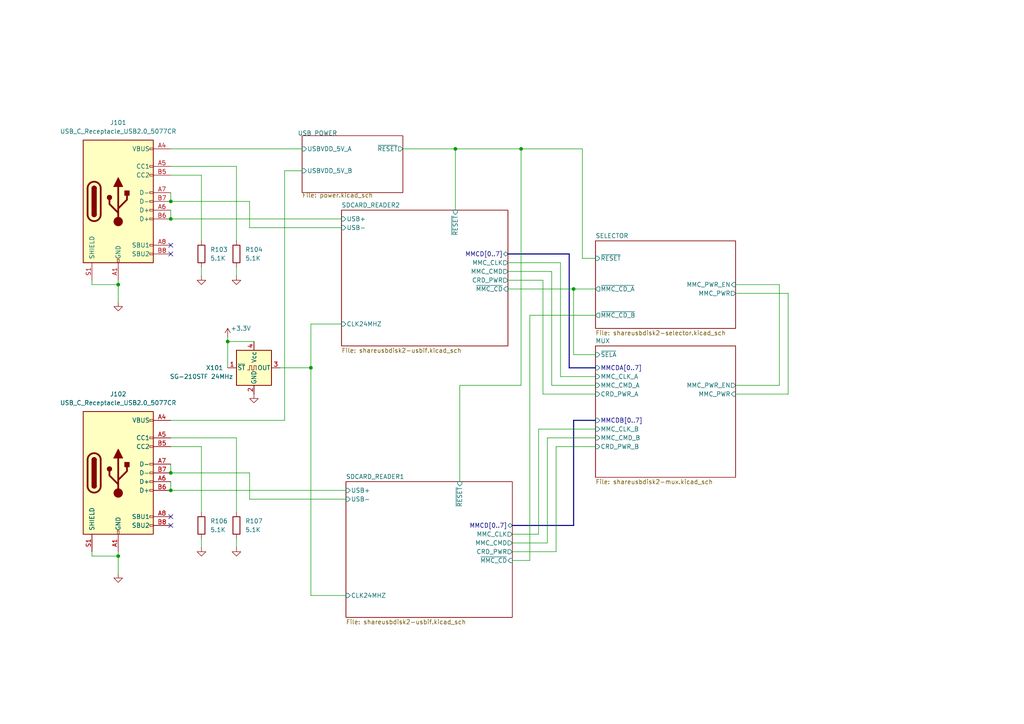
<source format=kicad_sch>
(kicad_sch (version 20230121) (generator eeschema)

  (uuid 162b1c1e-524d-401b-83ef-9451f22857be)

  (paper "A4")

  (title_block
    (title "SHARED USB MEMORY")
    (date "2023-10-26")
    (rev "Rev0")
    (company "HNZ")
    (comment 1 "Licensed under CC-BY-SA V4.0")
    (comment 2 "2023 (C) Hiroshi Nakajima <hnakamiru1103@gmail.com>")
  )

  (lib_symbols
    (symbol "+3.3V_2" (power) (pin_names (offset 0)) (in_bom yes) (on_board yes)
      (property "Reference" "#PWR" (at 0 -3.81 0)
        (effects (font (size 1.27 1.27)) hide)
      )
      (property "Value" "+3.3V_2" (at 0 3.556 0)
        (effects (font (size 1.27 1.27)))
      )
      (property "Footprint" "" (at 0 0 0)
        (effects (font (size 1.27 1.27)) hide)
      )
      (property "Datasheet" "" (at 0 0 0)
        (effects (font (size 1.27 1.27)) hide)
      )
      (property "ki_keywords" "global power" (at 0 0 0)
        (effects (font (size 1.27 1.27)) hide)
      )
      (property "ki_description" "Power symbol creates a global label with name \"+3.3V\"" (at 0 0 0)
        (effects (font (size 1.27 1.27)) hide)
      )
      (symbol "+3.3V_2_0_1"
        (polyline
          (pts
            (xy -0.762 1.27)
            (xy 0 2.54)
          )
          (stroke (width 0) (type default))
          (fill (type none))
        )
        (polyline
          (pts
            (xy 0 0)
            (xy 0 2.54)
          )
          (stroke (width 0) (type default))
          (fill (type none))
        )
        (polyline
          (pts
            (xy 0 2.54)
            (xy 0.762 1.27)
          )
          (stroke (width 0) (type default))
          (fill (type none))
        )
      )
      (symbol "+3.3V_2_1_1"
        (pin power_in line (at 0 0 90) (length 0) hide
          (name "+3.3V" (effects (font (size 1.27 1.27))))
          (number "1" (effects (font (size 1.27 1.27))))
        )
      )
    )
    (symbol "Device:R" (pin_numbers hide) (pin_names (offset 0)) (in_bom yes) (on_board yes)
      (property "Reference" "R" (at 2.032 0 90)
        (effects (font (size 1.27 1.27)))
      )
      (property "Value" "R" (at 0 0 90)
        (effects (font (size 1.27 1.27)))
      )
      (property "Footprint" "" (at -1.778 0 90)
        (effects (font (size 1.27 1.27)) hide)
      )
      (property "Datasheet" "~" (at 0 0 0)
        (effects (font (size 1.27 1.27)) hide)
      )
      (property "ki_keywords" "R res resistor" (at 0 0 0)
        (effects (font (size 1.27 1.27)) hide)
      )
      (property "ki_description" "Resistor" (at 0 0 0)
        (effects (font (size 1.27 1.27)) hide)
      )
      (property "ki_fp_filters" "R_*" (at 0 0 0)
        (effects (font (size 1.27 1.27)) hide)
      )
      (symbol "R_0_1"
        (rectangle (start -1.016 -2.54) (end 1.016 2.54)
          (stroke (width 0.254) (type default))
          (fill (type none))
        )
      )
      (symbol "R_1_1"
        (pin passive line (at 0 3.81 270) (length 1.27)
          (name "~" (effects (font (size 1.27 1.27))))
          (number "1" (effects (font (size 1.27 1.27))))
        )
        (pin passive line (at 0 -3.81 90) (length 1.27)
          (name "~" (effects (font (size 1.27 1.27))))
          (number "2" (effects (font (size 1.27 1.27))))
        )
      )
    )
    (symbol "GND_2" (power) (pin_names (offset 0)) (in_bom yes) (on_board yes)
      (property "Reference" "#PWR" (at 0 -6.35 0)
        (effects (font (size 1.27 1.27)) hide)
      )
      (property "Value" "GND_2" (at 0 -3.81 0)
        (effects (font (size 1.27 1.27)))
      )
      (property "Footprint" "" (at 0 0 0)
        (effects (font (size 1.27 1.27)) hide)
      )
      (property "Datasheet" "" (at 0 0 0)
        (effects (font (size 1.27 1.27)) hide)
      )
      (property "ki_keywords" "global power" (at 0 0 0)
        (effects (font (size 1.27 1.27)) hide)
      )
      (property "ki_description" "Power symbol creates a global label with name \"GND\" , ground" (at 0 0 0)
        (effects (font (size 1.27 1.27)) hide)
      )
      (symbol "GND_2_0_1"
        (polyline
          (pts
            (xy 0 0)
            (xy 0 -1.27)
            (xy 1.27 -1.27)
            (xy 0 -2.54)
            (xy -1.27 -1.27)
            (xy 0 -1.27)
          )
          (stroke (width 0) (type default))
          (fill (type none))
        )
      )
      (symbol "GND_2_1_1"
        (pin power_in line (at 0 0 270) (length 0) hide
          (name "GND" (effects (font (size 1.27 1.27))))
          (number "1" (effects (font (size 1.27 1.27))))
        )
      )
    )
    (symbol "Oscillator:SG-210STF" (pin_names (offset 0.254)) (in_bom yes) (on_board yes)
      (property "Reference" "X" (at -5.08 6.35 0)
        (effects (font (size 1.27 1.27)) (justify left))
      )
      (property "Value" "SG-210STF" (at 1.27 -6.35 0)
        (effects (font (size 1.27 1.27)) (justify left))
      )
      (property "Footprint" "Oscillator:Oscillator_SMD_SeikoEpson_SG210-4Pin_2.5x2.0mm" (at 11.43 -8.89 0)
        (effects (font (size 1.27 1.27)) hide)
      )
      (property "Datasheet" "https://support.epson.biz/td/api/doc_check.php?mode=dl&lang=en&Parts=SG-210STF" (at -2.54 0 0)
        (effects (font (size 1.27 1.27)) hide)
      )
      (property "ki_keywords" "Crystal Clock Oscillator" (at 0 0 0)
        (effects (font (size 1.27 1.27)) hide)
      )
      (property "ki_description" "CMOS Crystal Oscillator SPXO" (at 0 0 0)
        (effects (font (size 1.27 1.27)) hide)
      )
      (property "ki_fp_filters" "Oscillator*SMD*SeikoEpson*SG210*2.5x2.0mm*" (at 0 0 0)
        (effects (font (size 1.27 1.27)) hide)
      )
      (symbol "SG-210STF_0_1"
        (rectangle (start -5.08 5.08) (end 5.08 -5.08)
          (stroke (width 0.254) (type default))
          (fill (type background))
        )
        (polyline
          (pts
            (xy -1.905 -0.635)
            (xy -1.27 -0.635)
            (xy -1.27 0.635)
            (xy -0.635 0.635)
            (xy -0.635 -0.635)
            (xy 0 -0.635)
            (xy 0 0.635)
            (xy 0.635 0.635)
            (xy 0.635 -0.635)
          )
          (stroke (width 0) (type default))
          (fill (type none))
        )
      )
      (symbol "SG-210STF_1_1"
        (pin input line (at -7.62 0 0) (length 2.54)
          (name "~{ST}" (effects (font (size 1.27 1.27))))
          (number "1" (effects (font (size 1.27 1.27))))
        )
        (pin power_in line (at 0 -7.62 90) (length 2.54)
          (name "GND" (effects (font (size 1.27 1.27))))
          (number "2" (effects (font (size 1.27 1.27))))
        )
        (pin output line (at 7.62 0 180) (length 2.54)
          (name "OUT" (effects (font (size 1.27 1.27))))
          (number "3" (effects (font (size 1.27 1.27))))
        )
        (pin power_in line (at 0 7.62 270) (length 2.54)
          (name "Vcc" (effects (font (size 1.27 1.27))))
          (number "4" (effects (font (size 1.27 1.27))))
        )
      )
    )
    (symbol "tbctl:USB_C_Receptacle_USB2.0_5077CR" (pin_names (offset 1.016)) (in_bom yes) (on_board yes)
      (property "Reference" "J" (at -10.16 19.05 0)
        (effects (font (size 1.27 1.27)) (justify left))
      )
      (property "Value" "USB_C_Receptacle_USB2.0_5077CR" (at 19.05 19.05 0)
        (effects (font (size 1.27 1.27)) (justify right))
      )
      (property "Footprint" "tbctl:USB_C_5077CR-16-SMC2-BK-TR" (at 3.81 0 0)
        (effects (font (size 1.27 1.27)) hide)
      )
      (property "Datasheet" "https://www.usb.org/sites/default/files/documents/usb_type-c.zip" (at 3.81 0 0)
        (effects (font (size 1.27 1.27)) hide)
      )
      (property "ki_keywords" "usb universal serial bus type-C USB2.0" (at 0 0 0)
        (effects (font (size 1.27 1.27)) hide)
      )
      (property "ki_description" "USB 2.0-only Type-C Receptacle connector" (at 0 0 0)
        (effects (font (size 1.27 1.27)) hide)
      )
      (property "ki_fp_filters" "USB*C*Receptacle*" (at 0 0 0)
        (effects (font (size 1.27 1.27)) hide)
      )
      (symbol "USB_C_Receptacle_USB2.0_5077CR_0_0"
        (rectangle (start -0.254 -17.78) (end 0.254 -16.764)
          (stroke (width 0) (type default))
          (fill (type none))
        )
        (rectangle (start 10.16 -14.986) (end 9.144 -15.494)
          (stroke (width 0) (type default))
          (fill (type none))
        )
        (rectangle (start 10.16 -12.446) (end 9.144 -12.954)
          (stroke (width 0) (type default))
          (fill (type none))
        )
        (rectangle (start 10.16 -4.826) (end 9.144 -5.334)
          (stroke (width 0) (type default))
          (fill (type none))
        )
        (rectangle (start 10.16 -2.286) (end 9.144 -2.794)
          (stroke (width 0) (type default))
          (fill (type none))
        )
        (rectangle (start 10.16 0.254) (end 9.144 -0.254)
          (stroke (width 0) (type default))
          (fill (type none))
        )
        (rectangle (start 10.16 2.794) (end 9.144 2.286)
          (stroke (width 0) (type default))
          (fill (type none))
        )
        (rectangle (start 10.16 7.874) (end 9.144 7.366)
          (stroke (width 0) (type default))
          (fill (type none))
        )
        (rectangle (start 10.16 10.414) (end 9.144 9.906)
          (stroke (width 0) (type default))
          (fill (type none))
        )
        (rectangle (start 10.16 15.494) (end 9.144 14.986)
          (stroke (width 0) (type default))
          (fill (type none))
        )
      )
      (symbol "USB_C_Receptacle_USB2.0_5077CR_0_1"
        (rectangle (start -10.16 17.78) (end 10.16 -17.78)
          (stroke (width 0.254) (type default))
          (fill (type background))
        )
        (arc (start -8.89 -3.81) (mid -6.985 -5.7067) (end -5.08 -3.81)
          (stroke (width 0.508) (type default))
          (fill (type none))
        )
        (arc (start -7.62 -3.81) (mid -6.985 -4.4423) (end -6.35 -3.81)
          (stroke (width 0.254) (type default))
          (fill (type none))
        )
        (arc (start -7.62 -3.81) (mid -6.985 -4.4423) (end -6.35 -3.81)
          (stroke (width 0.254) (type default))
          (fill (type outline))
        )
        (rectangle (start -7.62 -3.81) (end -6.35 3.81)
          (stroke (width 0.254) (type default))
          (fill (type outline))
        )
        (arc (start -6.35 3.81) (mid -6.985 4.4423) (end -7.62 3.81)
          (stroke (width 0.254) (type default))
          (fill (type none))
        )
        (arc (start -6.35 3.81) (mid -6.985 4.4423) (end -7.62 3.81)
          (stroke (width 0.254) (type default))
          (fill (type outline))
        )
        (arc (start -5.08 3.81) (mid -6.985 5.7067) (end -8.89 3.81)
          (stroke (width 0.508) (type default))
          (fill (type none))
        )
        (circle (center -2.54 1.143) (radius 0.635)
          (stroke (width 0.254) (type default))
          (fill (type outline))
        )
        (circle (center 0 -5.842) (radius 1.27)
          (stroke (width 0) (type default))
          (fill (type outline))
        )
        (polyline
          (pts
            (xy -8.89 -3.81)
            (xy -8.89 3.81)
          )
          (stroke (width 0.508) (type default))
          (fill (type none))
        )
        (polyline
          (pts
            (xy -5.08 3.81)
            (xy -5.08 -3.81)
          )
          (stroke (width 0.508) (type default))
          (fill (type none))
        )
        (polyline
          (pts
            (xy 0 -5.842)
            (xy 0 4.318)
          )
          (stroke (width 0.508) (type default))
          (fill (type none))
        )
        (polyline
          (pts
            (xy 0 -3.302)
            (xy -2.54 -0.762)
            (xy -2.54 0.508)
          )
          (stroke (width 0.508) (type default))
          (fill (type none))
        )
        (polyline
          (pts
            (xy 0 -2.032)
            (xy 2.54 0.508)
            (xy 2.54 1.778)
          )
          (stroke (width 0.508) (type default))
          (fill (type none))
        )
        (polyline
          (pts
            (xy -1.27 4.318)
            (xy 0 6.858)
            (xy 1.27 4.318)
            (xy -1.27 4.318)
          )
          (stroke (width 0.254) (type default))
          (fill (type outline))
        )
        (rectangle (start 1.905 1.778) (end 3.175 3.048)
          (stroke (width 0.254) (type default))
          (fill (type outline))
        )
      )
      (symbol "USB_C_Receptacle_USB2.0_5077CR_1_1"
        (pin passive line (at 0 -22.86 90) (length 5.08)
          (name "GND" (effects (font (size 1.27 1.27))))
          (number "A1" (effects (font (size 1.27 1.27))))
        )
        (pin passive line (at 0 -22.86 90) (length 5.08) hide
          (name "GND" (effects (font (size 1.27 1.27))))
          (number "A12" (effects (font (size 1.27 1.27))))
        )
        (pin passive line (at 15.24 15.24 180) (length 5.08)
          (name "VBUS" (effects (font (size 1.27 1.27))))
          (number "A4" (effects (font (size 1.27 1.27))))
        )
        (pin bidirectional line (at 15.24 10.16 180) (length 5.08)
          (name "CC1" (effects (font (size 1.27 1.27))))
          (number "A5" (effects (font (size 1.27 1.27))))
        )
        (pin bidirectional line (at 15.24 -2.54 180) (length 5.08)
          (name "D+" (effects (font (size 1.27 1.27))))
          (number "A6" (effects (font (size 1.27 1.27))))
        )
        (pin bidirectional line (at 15.24 2.54 180) (length 5.08)
          (name "D-" (effects (font (size 1.27 1.27))))
          (number "A7" (effects (font (size 1.27 1.27))))
        )
        (pin bidirectional line (at 15.24 -12.7 180) (length 5.08)
          (name "SBU1" (effects (font (size 1.27 1.27))))
          (number "A8" (effects (font (size 1.27 1.27))))
        )
        (pin passive line (at 15.24 15.24 180) (length 5.08) hide
          (name "VBUS" (effects (font (size 1.27 1.27))))
          (number "A9" (effects (font (size 1.27 1.27))))
        )
        (pin passive line (at 0 -22.86 90) (length 5.08) hide
          (name "GND" (effects (font (size 1.27 1.27))))
          (number "B1" (effects (font (size 1.27 1.27))))
        )
        (pin passive line (at 0 -22.86 90) (length 5.08) hide
          (name "GND" (effects (font (size 1.27 1.27))))
          (number "B12" (effects (font (size 1.27 1.27))))
        )
        (pin passive line (at 15.24 15.24 180) (length 5.08) hide
          (name "VBUS" (effects (font (size 1.27 1.27))))
          (number "B4" (effects (font (size 1.27 1.27))))
        )
        (pin bidirectional line (at 15.24 7.62 180) (length 5.08)
          (name "CC2" (effects (font (size 1.27 1.27))))
          (number "B5" (effects (font (size 1.27 1.27))))
        )
        (pin bidirectional line (at 15.24 -5.08 180) (length 5.08)
          (name "D+" (effects (font (size 1.27 1.27))))
          (number "B6" (effects (font (size 1.27 1.27))))
        )
        (pin bidirectional line (at 15.24 0 180) (length 5.08)
          (name "D-" (effects (font (size 1.27 1.27))))
          (number "B7" (effects (font (size 1.27 1.27))))
        )
        (pin bidirectional line (at 15.24 -15.24 180) (length 5.08)
          (name "SBU2" (effects (font (size 1.27 1.27))))
          (number "B8" (effects (font (size 1.27 1.27))))
        )
        (pin passive line (at 15.24 15.24 180) (length 5.08) hide
          (name "VBUS" (effects (font (size 1.27 1.27))))
          (number "B9" (effects (font (size 1.27 1.27))))
        )
        (pin passive line (at -7.62 -22.86 90) (length 5.08)
          (name "SHIELD" (effects (font (size 1.27 1.27))))
          (number "S1" (effects (font (size 1.27 1.27))))
        )
      )
    )
  )

  (junction (at 132.08 43.18) (diameter 0) (color 0 0 0 0)
    (uuid 21a41052-d6d9-41ee-be43-f31a85c335b5)
  )
  (junction (at 151.13 43.18) (diameter 0) (color 0 0 0 0)
    (uuid 2cb532b7-06f5-4f4b-98ba-4b8ea4e0ee0d)
  )
  (junction (at 166.37 83.82) (diameter 0) (color 0 0 0 0)
    (uuid 375dafb0-aeb5-4473-ab76-5256c1ec1ec6)
  )
  (junction (at 49.53 58.42) (diameter 0) (color 0 0 0 0)
    (uuid 46b9e2f6-b184-4b36-b86c-047adf2f7bc2)
  )
  (junction (at 49.53 63.5) (diameter 0) (color 0 0 0 0)
    (uuid 58983aa8-4a7f-4adc-bab6-44e90eb46b33)
  )
  (junction (at 34.29 82.55) (diameter 0) (color 0 0 0 0)
    (uuid 5d9d9a96-4e41-4194-89c5-eb672c23cdbd)
  )
  (junction (at 49.53 137.16) (diameter 0) (color 0 0 0 0)
    (uuid 6362aeed-3f65-4b77-8599-938f376cbde8)
  )
  (junction (at 34.29 161.29) (diameter 0) (color 0 0 0 0)
    (uuid 874a7dac-f888-4ca0-a9c7-4fe37f98b222)
  )
  (junction (at 90.17 106.68) (diameter 0) (color 0 0 0 0)
    (uuid a0ba71d8-3ee6-45a9-b87f-1616144567da)
  )
  (junction (at 49.53 142.24) (diameter 0) (color 0 0 0 0)
    (uuid c248034d-9238-441b-81c8-57d01f329a3a)
  )
  (junction (at 66.04 99.06) (diameter 0) (color 0 0 0 0)
    (uuid d4ea2d97-c246-47f5-9533-dfec63c2a5d5)
  )

  (no_connect (at 49.53 71.12) (uuid 65972c46-b231-44c8-bff2-49c1362a8d96))
  (no_connect (at 49.53 73.66) (uuid 830e9cd1-d85c-4d05-838a-0c62125b28ee))
  (no_connect (at 49.53 152.4) (uuid ce31da28-d088-4aa8-911d-46d83f91975f))
  (no_connect (at 49.53 149.86) (uuid de7e4c02-1386-4ae0-a0c7-312c4bc01db6))

  (wire (pts (xy 153.67 91.44) (xy 153.67 162.56))
    (stroke (width 0) (type default))
    (uuid 00bd8bcc-4af9-45c8-a572-2e80d00fb4af)
  )
  (wire (pts (xy 157.48 81.28) (xy 157.48 114.3))
    (stroke (width 0) (type default))
    (uuid 02e9f6f3-0f42-4026-ba82-fa7e3f295170)
  )
  (wire (pts (xy 72.39 66.04) (xy 99.06 66.04))
    (stroke (width 0) (type default))
    (uuid 04869989-50a9-44ec-9dbb-b92224469a76)
  )
  (wire (pts (xy 58.42 50.8) (xy 58.42 69.85))
    (stroke (width 0) (type default))
    (uuid 05905ef8-4936-40d3-aa44-8a41325ead96)
  )
  (wire (pts (xy 132.08 43.18) (xy 132.08 60.96))
    (stroke (width 0) (type default))
    (uuid 09433d74-e167-462e-bca7-aafd9a7f06a0)
  )
  (wire (pts (xy 49.53 134.62) (xy 49.53 137.16))
    (stroke (width 0) (type default))
    (uuid 0a89c024-59ea-49ff-99b9-ae8eeeb81cf5)
  )
  (wire (pts (xy 81.28 106.68) (xy 90.17 106.68))
    (stroke (width 0) (type default))
    (uuid 0f654fff-047d-47e4-baf3-32fd23793a7d)
  )
  (bus (pts (xy 148.59 152.4) (xy 166.37 152.4))
    (stroke (width 0) (type default))
    (uuid 106b3fd1-427b-4767-ae74-5de7a9ad1765)
  )

  (wire (pts (xy 162.56 109.22) (xy 172.72 109.22))
    (stroke (width 0) (type default))
    (uuid 1ad54288-75ad-40a3-8b05-c42335c49658)
  )
  (bus (pts (xy 166.37 121.92) (xy 172.72 121.92))
    (stroke (width 0) (type default))
    (uuid 2073af0d-86b7-4839-9ff6-e34fe88e7ca3)
  )

  (wire (pts (xy 49.53 48.26) (xy 68.58 48.26))
    (stroke (width 0) (type default))
    (uuid 20ff86ea-80ce-49b8-9dfb-869e5aea28ad)
  )
  (wire (pts (xy 226.06 111.76) (xy 226.06 82.55))
    (stroke (width 0) (type default))
    (uuid 219f221c-0796-4b2d-87ba-f5483856f447)
  )
  (wire (pts (xy 172.72 102.87) (xy 166.37 102.87))
    (stroke (width 0) (type default))
    (uuid 2551ecbc-4073-4cac-852b-b4eb645c66b1)
  )
  (wire (pts (xy 73.66 99.06) (xy 66.04 99.06))
    (stroke (width 0) (type default))
    (uuid 28a11378-4ead-47d3-869c-e77dd52cd298)
  )
  (wire (pts (xy 157.48 114.3) (xy 172.72 114.3))
    (stroke (width 0) (type default))
    (uuid 2ced0719-9e11-40d6-a6fe-3a6594b9d6c7)
  )
  (wire (pts (xy 160.02 78.74) (xy 160.02 111.76))
    (stroke (width 0) (type default))
    (uuid 2ea65189-6244-4490-9206-eff4afe57750)
  )
  (wire (pts (xy 72.39 144.78) (xy 72.39 137.16))
    (stroke (width 0) (type default))
    (uuid 2faf7a38-3878-4a2f-9f17-f535f0878a1e)
  )
  (bus (pts (xy 165.1 106.68) (xy 172.72 106.68))
    (stroke (width 0) (type default))
    (uuid 3014274d-6dc5-46fc-85f4-ffe273feec86)
  )

  (wire (pts (xy 72.39 66.04) (xy 72.39 58.42))
    (stroke (width 0) (type default))
    (uuid 30c2c664-b9b9-48bf-9382-7275674e3cd6)
  )
  (wire (pts (xy 213.36 82.55) (xy 226.06 82.55))
    (stroke (width 0) (type default))
    (uuid 30f2258a-fb29-403b-8b85-af950652f3a1)
  )
  (wire (pts (xy 68.58 48.26) (xy 68.58 69.85))
    (stroke (width 0) (type default))
    (uuid 35f8074a-dd4f-476c-a45b-005a2663ef9e)
  )
  (wire (pts (xy 90.17 172.72) (xy 100.33 172.72))
    (stroke (width 0) (type default))
    (uuid 364b1a88-dec5-442e-a9ff-1a0deaf76fb4)
  )
  (wire (pts (xy 133.35 111.76) (xy 151.13 111.76))
    (stroke (width 0) (type default))
    (uuid 37edbc05-271e-4473-8d16-0e80b86a67dd)
  )
  (wire (pts (xy 161.29 129.54) (xy 161.29 160.02))
    (stroke (width 0) (type default))
    (uuid 3ad6185d-cbe7-40e6-8405-0571d0ccfc70)
  )
  (wire (pts (xy 34.29 161.29) (xy 34.29 166.37))
    (stroke (width 0) (type default))
    (uuid 4583aa05-0ecb-4d64-a331-b044928c007e)
  )
  (wire (pts (xy 26.67 82.55) (xy 34.29 82.55))
    (stroke (width 0) (type default))
    (uuid 46c3d858-616e-4532-a742-1e9976198152)
  )
  (wire (pts (xy 72.39 137.16) (xy 49.53 137.16))
    (stroke (width 0) (type default))
    (uuid 4b8d2bc5-6aa3-4b37-aa8b-5224661675f6)
  )
  (wire (pts (xy 133.35 139.7) (xy 133.35 111.76))
    (stroke (width 0) (type default))
    (uuid 50ab7d7c-bd70-4a24-82ea-4f21d251e85a)
  )
  (wire (pts (xy 161.29 160.02) (xy 148.59 160.02))
    (stroke (width 0) (type default))
    (uuid 5d1d48da-69ec-4e45-8f0f-01b528299324)
  )
  (wire (pts (xy 49.53 50.8) (xy 58.42 50.8))
    (stroke (width 0) (type default))
    (uuid 61a6110c-ff65-4841-8bd3-2cd457cf97c3)
  )
  (wire (pts (xy 82.55 49.53) (xy 87.63 49.53))
    (stroke (width 0) (type default))
    (uuid 646400c1-e8d5-40b8-a048-c0b86abdce79)
  )
  (wire (pts (xy 66.04 99.06) (xy 66.04 97.79))
    (stroke (width 0) (type default))
    (uuid 6516db40-b97c-4978-a315-94bde1008625)
  )
  (wire (pts (xy 166.37 83.82) (xy 172.72 83.82))
    (stroke (width 0) (type default))
    (uuid 66cff0b1-bf2d-44bf-9596-8729a8c95200)
  )
  (wire (pts (xy 116.84 43.18) (xy 132.08 43.18))
    (stroke (width 0) (type default))
    (uuid 673f3175-dab6-4ae6-96d1-d1d7119208aa)
  )
  (wire (pts (xy 156.21 124.46) (xy 156.21 154.94))
    (stroke (width 0) (type default))
    (uuid 69534e69-bffe-466b-bf67-7361078d391b)
  )
  (wire (pts (xy 153.67 162.56) (xy 148.59 162.56))
    (stroke (width 0) (type default))
    (uuid 6ad97a5f-f302-48bd-ad4c-85b93a7a524b)
  )
  (wire (pts (xy 151.13 43.18) (xy 168.91 43.18))
    (stroke (width 0) (type default))
    (uuid 6ef34d8e-0045-4f41-925a-64ee024e4ea0)
  )
  (wire (pts (xy 213.36 114.3) (xy 228.6 114.3))
    (stroke (width 0) (type default))
    (uuid 74519e6b-0ae9-4397-a3e4-134b5579ef75)
  )
  (wire (pts (xy 72.39 58.42) (xy 49.53 58.42))
    (stroke (width 0) (type default))
    (uuid 74787973-764f-40a2-983d-e07c66659654)
  )
  (wire (pts (xy 151.13 43.18) (xy 132.08 43.18))
    (stroke (width 0) (type default))
    (uuid 776e04d0-b9f3-42af-bc46-6b68f4031d1c)
  )
  (wire (pts (xy 49.53 142.24) (xy 100.33 142.24))
    (stroke (width 0) (type default))
    (uuid 7b355aea-1e11-40de-92cf-2781d2c05b1c)
  )
  (wire (pts (xy 147.32 81.28) (xy 157.48 81.28))
    (stroke (width 0) (type default))
    (uuid 7c595bb7-8531-4ef1-87a7-94a6f37072fc)
  )
  (wire (pts (xy 213.36 111.76) (xy 226.06 111.76))
    (stroke (width 0) (type default))
    (uuid 898c2e48-0b38-4d62-996c-4ce1bd63eb64)
  )
  (wire (pts (xy 26.67 81.28) (xy 26.67 82.55))
    (stroke (width 0) (type default))
    (uuid 89bf1875-7508-434c-928d-15b05c11bba1)
  )
  (wire (pts (xy 161.29 129.54) (xy 172.72 129.54))
    (stroke (width 0) (type default))
    (uuid 8d3630e7-0e28-41cf-8430-eed43bae1bd8)
  )
  (bus (pts (xy 166.37 152.4) (xy 166.37 121.92))
    (stroke (width 0) (type default))
    (uuid 8dab2dd2-0a18-45e1-b6f4-a2c9bac93b8e)
  )

  (wire (pts (xy 90.17 93.98) (xy 90.17 106.68))
    (stroke (width 0) (type default))
    (uuid 956018ff-7ac3-4261-9b95-5ebb1b6ae627)
  )
  (wire (pts (xy 147.32 76.2) (xy 162.56 76.2))
    (stroke (width 0) (type default))
    (uuid 96430aae-f4c9-4b95-af53-49f53ca2b1d7)
  )
  (wire (pts (xy 49.53 63.5) (xy 99.06 63.5))
    (stroke (width 0) (type default))
    (uuid 97c58214-2ff1-4543-b0eb-d32fb7d71cc7)
  )
  (wire (pts (xy 166.37 102.87) (xy 166.37 83.82))
    (stroke (width 0) (type default))
    (uuid 9807bbd2-f578-4e07-a481-1bffa96a3ca6)
  )
  (wire (pts (xy 58.42 77.47) (xy 58.42 80.01))
    (stroke (width 0) (type default))
    (uuid 9a92ac30-260a-4e0f-987a-2f95bd7855a7)
  )
  (wire (pts (xy 158.75 127) (xy 158.75 157.48))
    (stroke (width 0) (type default))
    (uuid 9b6df9be-6445-4e45-b1cc-621aa6fdb93c)
  )
  (wire (pts (xy 213.36 85.09) (xy 228.6 85.09))
    (stroke (width 0) (type default))
    (uuid 9c5b27f2-1114-4d67-8996-c4f3be7539be)
  )
  (wire (pts (xy 72.39 144.78) (xy 100.33 144.78))
    (stroke (width 0) (type default))
    (uuid 9d6b4e92-7748-44df-8266-34d3ed7b0b01)
  )
  (wire (pts (xy 168.91 74.93) (xy 168.91 43.18))
    (stroke (width 0) (type default))
    (uuid 9df9abf5-13f4-419d-99e8-e876de47f37b)
  )
  (wire (pts (xy 82.55 121.92) (xy 82.55 49.53))
    (stroke (width 0) (type default))
    (uuid a1393525-9a47-4bab-9e45-bd92f409efd0)
  )
  (wire (pts (xy 158.75 157.48) (xy 148.59 157.48))
    (stroke (width 0) (type default))
    (uuid a5f531d7-ee48-4941-977d-549bbfc86f2c)
  )
  (wire (pts (xy 58.42 156.21) (xy 58.42 158.75))
    (stroke (width 0) (type default))
    (uuid a754ecd8-bce3-4f40-8429-52d14b6ef98d)
  )
  (wire (pts (xy 68.58 156.21) (xy 68.58 158.75))
    (stroke (width 0) (type default))
    (uuid a76d26de-aab5-4086-8332-cd5c39e1e660)
  )
  (wire (pts (xy 162.56 76.2) (xy 162.56 109.22))
    (stroke (width 0) (type default))
    (uuid abf71b14-b58b-40f1-8ee6-da40b4c65212)
  )
  (wire (pts (xy 160.02 111.76) (xy 172.72 111.76))
    (stroke (width 0) (type default))
    (uuid b37315d4-3f85-47e0-9aa5-0774085ffb13)
  )
  (wire (pts (xy 68.58 127) (xy 68.58 148.59))
    (stroke (width 0) (type default))
    (uuid b550e071-e74f-4432-a266-255934c8f23f)
  )
  (wire (pts (xy 49.53 127) (xy 68.58 127))
    (stroke (width 0) (type default))
    (uuid b55b9ab1-f126-404b-9522-f9b4c748c309)
  )
  (wire (pts (xy 68.58 77.47) (xy 68.58 80.01))
    (stroke (width 0) (type default))
    (uuid b72c7999-ae53-4225-be25-3b53856805ce)
  )
  (wire (pts (xy 49.53 121.92) (xy 82.55 121.92))
    (stroke (width 0) (type default))
    (uuid b8152b09-815a-4066-ab86-cda6565e1404)
  )
  (wire (pts (xy 172.72 127) (xy 158.75 127))
    (stroke (width 0) (type default))
    (uuid b8a765e3-f6ed-4184-a112-6a02aa501663)
  )
  (wire (pts (xy 26.67 161.29) (xy 34.29 161.29))
    (stroke (width 0) (type default))
    (uuid ba33b793-f9ec-4c85-a84b-81df2855adc7)
  )
  (wire (pts (xy 34.29 81.28) (xy 34.29 82.55))
    (stroke (width 0) (type default))
    (uuid bb023fe6-2b7a-403e-a34e-4f3548c35f23)
  )
  (wire (pts (xy 90.17 93.98) (xy 99.06 93.98))
    (stroke (width 0) (type default))
    (uuid bca34799-9cc2-48bd-9e8a-a803a33eca42)
  )
  (wire (pts (xy 172.72 74.93) (xy 168.91 74.93))
    (stroke (width 0) (type default))
    (uuid be3e6cb5-070a-451c-8ecf-f8463d9f9d01)
  )
  (wire (pts (xy 58.42 129.54) (xy 58.42 148.59))
    (stroke (width 0) (type default))
    (uuid c0de7ba2-f7b6-42a6-8607-a5807df1beda)
  )
  (wire (pts (xy 156.21 154.94) (xy 148.59 154.94))
    (stroke (width 0) (type default))
    (uuid c2b83911-c419-4cbc-ab32-bc479d3ef215)
  )
  (wire (pts (xy 172.72 124.46) (xy 156.21 124.46))
    (stroke (width 0) (type default))
    (uuid c51d8da5-f5da-4348-9169-ca2a8c06b4a4)
  )
  (wire (pts (xy 49.53 142.24) (xy 49.53 139.7))
    (stroke (width 0) (type default))
    (uuid ca7388a3-9c41-431a-8bdd-baae66f73bc7)
  )
  (wire (pts (xy 66.04 99.06) (xy 66.04 106.68))
    (stroke (width 0) (type default))
    (uuid ce4d118e-ed5a-40af-87fc-26556a405ec6)
  )
  (bus (pts (xy 165.1 73.66) (xy 165.1 106.68))
    (stroke (width 0) (type default))
    (uuid d1cd92db-39e2-41ad-9101-e0ade3f373c4)
  )

  (wire (pts (xy 153.67 91.44) (xy 172.72 91.44))
    (stroke (width 0) (type default))
    (uuid da6016a4-63b5-473e-b987-f78be9724ede)
  )
  (wire (pts (xy 49.53 63.5) (xy 49.53 60.96))
    (stroke (width 0) (type default))
    (uuid ded91f90-ca40-47fb-be30-00498b3cb2d6)
  )
  (wire (pts (xy 147.32 83.82) (xy 166.37 83.82))
    (stroke (width 0) (type default))
    (uuid e0219cb1-86bb-4c0b-bb0b-977e26e8a2c4)
  )
  (wire (pts (xy 228.6 85.09) (xy 228.6 114.3))
    (stroke (width 0) (type default))
    (uuid e34c8faa-28e0-449e-a8bf-cd4a651aa0d0)
  )
  (wire (pts (xy 26.67 160.02) (xy 26.67 161.29))
    (stroke (width 0) (type default))
    (uuid e61cb321-575e-4c9e-881e-dd9dacf71258)
  )
  (wire (pts (xy 34.29 160.02) (xy 34.29 161.29))
    (stroke (width 0) (type default))
    (uuid e81e42ce-4f7c-4b8a-bd58-11e29976d05d)
  )
  (wire (pts (xy 90.17 106.68) (xy 90.17 172.72))
    (stroke (width 0) (type default))
    (uuid e97b22c2-d868-4ea4-9b8e-0f90c93b1200)
  )
  (wire (pts (xy 34.29 82.55) (xy 34.29 87.63))
    (stroke (width 0) (type default))
    (uuid ea6ea060-6ff2-4e59-a920-0318aa83f738)
  )
  (wire (pts (xy 147.32 78.74) (xy 160.02 78.74))
    (stroke (width 0) (type default))
    (uuid ec9a43c5-8277-429b-ae95-d0ba2958965c)
  )
  (wire (pts (xy 151.13 111.76) (xy 151.13 43.18))
    (stroke (width 0) (type default))
    (uuid ecc46ae0-742e-4cb5-84c6-31fb16ad9c49)
  )
  (wire (pts (xy 49.53 129.54) (xy 58.42 129.54))
    (stroke (width 0) (type default))
    (uuid efc39b01-07d6-4958-9c25-79f2f13b2d45)
  )
  (wire (pts (xy 49.53 43.18) (xy 87.63 43.18))
    (stroke (width 0) (type default))
    (uuid f629412f-0de3-4bb7-9d5a-f6427747bd65)
  )
  (wire (pts (xy 49.53 55.88) (xy 49.53 58.42))
    (stroke (width 0) (type default))
    (uuid fa34ae29-872d-45f4-9efe-cd4b75398cb3)
  )
  (bus (pts (xy 165.1 73.66) (xy 147.32 73.66))
    (stroke (width 0) (type default))
    (uuid fe381c67-ee2f-4868-ae6e-b2071e8b6e70)
  )

  (symbol (lib_name "+3.3V_2") (lib_id "power:+3.3V") (at 66.04 97.79 0) (unit 1)
    (in_bom yes) (on_board yes) (dnp no)
    (uuid 05222786-4a71-44a4-826f-984e0ed9d875)
    (property "Reference" "#PWR0109" (at 66.04 101.6 0)
      (effects (font (size 1.27 1.27)) hide)
    )
    (property "Value" "+3.3V" (at 69.85 95.25 0)
      (effects (font (size 1.27 1.27)))
    )
    (property "Footprint" "" (at 66.04 97.79 0)
      (effects (font (size 1.27 1.27)) hide)
    )
    (property "Datasheet" "" (at 66.04 97.79 0)
      (effects (font (size 1.27 1.27)) hide)
    )
    (pin "1" (uuid 516d3860-5982-4d88-8178-964af07212ef))
    (instances
      (project "shareusbdisk2"
        (path "/162b1c1e-524d-401b-83ef-9451f22857be"
          (reference "#PWR0109") (unit 1)
        )
      )
    )
  )

  (symbol (lib_id "Device:R") (at 68.58 73.66 0) (unit 1)
    (in_bom yes) (on_board yes) (dnp no) (fields_autoplaced)
    (uuid 0e5ee739-49d1-42b5-9ed0-4610ecded825)
    (property "Reference" "R308" (at 71.12 72.39 0)
      (effects (font (size 1.27 1.27)) (justify left))
    )
    (property "Value" "5.1K" (at 71.12 74.93 0)
      (effects (font (size 1.27 1.27)) (justify left))
    )
    (property "Footprint" "Resistor_SMD:R_0805_2012Metric_Pad1.20x1.40mm_HandSolder" (at 66.802 73.66 90)
      (effects (font (size 1.27 1.27)) hide)
    )
    (property "Datasheet" "~" (at 68.58 73.66 0)
      (effects (font (size 1.27 1.27)) hide)
    )
    (property "digikey" "13-RC0603JR-1010KLCT-ND" (at 68.58 73.66 0)
      (effects (font (size 1.27 1.27)) hide)
    )
    (property "storeURL" "https://www.digikey.com/en/products/detail/yageo/RC0603JR-1010KL/13694233" (at 68.58 73.66 0)
      (effects (font (size 1.27 1.27)) hide)
    )
    (pin "1" (uuid 48a4531a-5c51-425d-b486-63ca6fcb2002))
    (pin "2" (uuid c7bc3495-efbd-4ade-8c76-6c82ad8f9da9))
    (instances
      (project "shareusbdisk2"
        (path "/162b1c1e-524d-401b-83ef-9451f22857be/534e2c63-7954-4a88-b296-ca7d596b3288"
          (reference "R308") (unit 1)
        )
        (path "/162b1c1e-524d-401b-83ef-9451f22857be"
          (reference "R104") (unit 1)
        )
      )
    )
  )

  (symbol (lib_name "GND_2") (lib_id "power:GND") (at 58.42 80.01 0) (unit 1)
    (in_bom yes) (on_board yes) (dnp no)
    (uuid 1f09f00c-a8f6-43f6-8693-c91f6e64178e)
    (property "Reference" "#PWR0105" (at 58.42 86.36 0)
      (effects (font (size 1.27 1.27)) hide)
    )
    (property "Value" "GND" (at 60.96 83.82 0)
      (effects (font (size 1.27 1.27)) hide)
    )
    (property "Footprint" "" (at 58.42 80.01 0)
      (effects (font (size 1.27 1.27)) hide)
    )
    (property "Datasheet" "" (at 58.42 80.01 0)
      (effects (font (size 1.27 1.27)) hide)
    )
    (pin "1" (uuid d1202c63-3881-47d1-9718-7448f76a2c48))
    (instances
      (project "shareusbdisk2"
        (path "/162b1c1e-524d-401b-83ef-9451f22857be"
          (reference "#PWR0105") (unit 1)
        )
      )
    )
  )

  (symbol (lib_id "tbctl:USB_C_Receptacle_USB2.0_5077CR") (at 34.29 137.16 0) (unit 1)
    (in_bom yes) (on_board yes) (dnp no) (fields_autoplaced)
    (uuid 388eb63d-7051-47a8-9ca1-0ada2583c0b6)
    (property "Reference" "J102" (at 34.29 114.3 0)
      (effects (font (size 1.27 1.27)))
    )
    (property "Value" "USB_C_Receptacle_USB2.0_5077CR" (at 34.29 116.84 0)
      (effects (font (size 1.27 1.27)))
    )
    (property "Footprint" "shareusbdisk2:USB_C_5077CR-16-SMC2-BK-TR" (at 38.1 137.16 0)
      (effects (font (size 1.27 1.27)) hide)
    )
    (property "Datasheet" "https://www.usb.org/sites/default/files/documents/usb_type-c.zip" (at 38.1 137.16 0)
      (effects (font (size 1.27 1.27)) hide)
    )
    (property "digikey" "2073-USB4105-GF-ACT-ND" (at 34.29 137.16 0)
      (effects (font (size 1.27 1.27)) hide)
    )
    (property "storeURL" "https://www.digikey.com/en/products/detail/gct/USB4105-GF-A/11198441" (at 34.29 137.16 0)
      (effects (font (size 1.27 1.27)) hide)
    )
    (pin "A1" (uuid 03878b26-3c11-4efa-866a-005f355fff83))
    (pin "A12" (uuid 1119a450-0bee-4cf1-9365-e80b0b249d9e))
    (pin "A4" (uuid 30a7dc1e-289f-4c76-9055-172b9563b4e0))
    (pin "A5" (uuid 39945574-6baa-4ade-89cd-38ffad020617))
    (pin "A6" (uuid b86b5f9b-08ec-44fc-94d9-7cdab9f6b1b1))
    (pin "A7" (uuid 9037a38d-ba5f-4af0-a465-446901567f52))
    (pin "A8" (uuid 77308cbb-6b24-4d3a-b44f-d8089c760dbd))
    (pin "A9" (uuid c05ba17d-3c36-45fb-af4c-d2a95768b1d0))
    (pin "B1" (uuid f11dcd7f-2d98-4c57-a7dd-405277abf9f5))
    (pin "B12" (uuid e60781a0-68f1-4e41-8e83-93f94901e539))
    (pin "B4" (uuid e8b763c7-8414-4a46-8fad-69ef26e7647a))
    (pin "B5" (uuid 1edb7cf2-7e3c-4c28-88a1-10b8476369b8))
    (pin "B6" (uuid 5e544c94-88fe-4791-be9f-623632a0a46a))
    (pin "B7" (uuid bb3219da-c099-41bc-a190-832cb485c631))
    (pin "B8" (uuid 86738c49-cefc-4cfb-98a0-bfd9d00cc7c0))
    (pin "B9" (uuid c6c3f796-679f-4be6-b89d-abf7b9e33fd0))
    (pin "S1" (uuid c6a1f297-0b02-4a24-ab8a-0fc6835ca906))
    (instances
      (project "shareusbdisk2"
        (path "/162b1c1e-524d-401b-83ef-9451f22857be"
          (reference "J102") (unit 1)
        )
      )
    )
  )

  (symbol (lib_name "GND_2") (lib_id "power:GND") (at 68.58 80.01 0) (unit 1)
    (in_bom yes) (on_board yes) (dnp no)
    (uuid 3a1c732a-5613-47b1-8205-358973c1ef44)
    (property "Reference" "#PWR0106" (at 68.58 86.36 0)
      (effects (font (size 1.27 1.27)) hide)
    )
    (property "Value" "GND" (at 71.12 83.82 0)
      (effects (font (size 1.27 1.27)) hide)
    )
    (property "Footprint" "" (at 68.58 80.01 0)
      (effects (font (size 1.27 1.27)) hide)
    )
    (property "Datasheet" "" (at 68.58 80.01 0)
      (effects (font (size 1.27 1.27)) hide)
    )
    (pin "1" (uuid da4f33fa-8a42-42f1-a30b-a3a6302d2a39))
    (instances
      (project "shareusbdisk2"
        (path "/162b1c1e-524d-401b-83ef-9451f22857be"
          (reference "#PWR0106") (unit 1)
        )
      )
    )
  )

  (symbol (lib_name "GND_2") (lib_id "power:GND") (at 34.29 166.37 0) (unit 1)
    (in_bom yes) (on_board yes) (dnp no)
    (uuid 52f0b2da-7cb0-419d-b671-c35caf5482f1)
    (property "Reference" "#PWR0108" (at 34.29 172.72 0)
      (effects (font (size 1.27 1.27)) hide)
    )
    (property "Value" "GND" (at 36.83 170.18 0)
      (effects (font (size 1.27 1.27)) hide)
    )
    (property "Footprint" "" (at 34.29 166.37 0)
      (effects (font (size 1.27 1.27)) hide)
    )
    (property "Datasheet" "" (at 34.29 166.37 0)
      (effects (font (size 1.27 1.27)) hide)
    )
    (pin "1" (uuid a6e85944-b8d7-4ad3-ad94-3d2c7a1726c1))
    (instances
      (project "shareusbdisk2"
        (path "/162b1c1e-524d-401b-83ef-9451f22857be"
          (reference "#PWR0108") (unit 1)
        )
      )
    )
  )

  (symbol (lib_id "tbctl:USB_C_Receptacle_USB2.0_5077CR") (at 34.29 58.42 0) (unit 1)
    (in_bom yes) (on_board yes) (dnp no) (fields_autoplaced)
    (uuid 5d1905e5-0262-4b93-b83f-7befa6aa301b)
    (property "Reference" "J101" (at 34.29 35.56 0)
      (effects (font (size 1.27 1.27)))
    )
    (property "Value" "USB_C_Receptacle_USB2.0_5077CR" (at 34.29 38.1 0)
      (effects (font (size 1.27 1.27)))
    )
    (property "Footprint" "shareusbdisk2:USB_C_5077CR-16-SMC2-BK-TR" (at 38.1 58.42 0)
      (effects (font (size 1.27 1.27)) hide)
    )
    (property "Datasheet" "https://www.usb.org/sites/default/files/documents/usb_type-c.zip" (at 38.1 58.42 0)
      (effects (font (size 1.27 1.27)) hide)
    )
    (property "digikey" "2073-USB4105-GF-ACT-ND" (at 34.29 58.42 0)
      (effects (font (size 1.27 1.27)) hide)
    )
    (property "storeURL" "https://www.digikey.com/en/products/detail/gct/USB4105-GF-A/11198441" (at 34.29 58.42 0)
      (effects (font (size 1.27 1.27)) hide)
    )
    (pin "A1" (uuid 56d7532b-2cb2-4666-be77-c36e10a0cd05))
    (pin "A12" (uuid 0d05926b-6f0e-4600-9bcd-66c6bb7b322a))
    (pin "A4" (uuid 8d729f26-0d4e-4d0b-998d-5dccf10687f8))
    (pin "A5" (uuid 9d20cfef-2d07-4623-9393-95e66468b886))
    (pin "A6" (uuid daf8eaff-e82c-44e1-809f-b133ac02fb64))
    (pin "A7" (uuid 2f677d06-f317-4957-8353-c5466af3a547))
    (pin "A8" (uuid 9ddce2e4-9393-401e-9d50-3a11be6ef520))
    (pin "A9" (uuid e74b30e3-b9d6-4234-a8d3-220aeac54d34))
    (pin "B1" (uuid 4fa01b6b-a988-4eb7-8862-e85dd9cfd021))
    (pin "B12" (uuid 054656cc-8fb8-4c04-a61d-efd9fc2396fa))
    (pin "B4" (uuid 5bb5fd47-8272-4317-830e-463f543d5baa))
    (pin "B5" (uuid 91db6ea9-3f5a-4f4a-82f5-b97639f1ad75))
    (pin "B6" (uuid 78c4be91-ba63-438a-82d9-794c7b194d27))
    (pin "B7" (uuid a80f8964-84e1-4e1a-9390-c8b7a20e2bd9))
    (pin "B8" (uuid 7960b4cd-36fd-479d-98ea-24e5209a8bf0))
    (pin "B9" (uuid 747573e7-5962-4ce5-953e-57c0bd1d6ce4))
    (pin "S1" (uuid 70d5a33b-38a6-46e2-96e7-782ee4f13d9f))
    (instances
      (project "shareusbdisk2"
        (path "/162b1c1e-524d-401b-83ef-9451f22857be"
          (reference "J101") (unit 1)
        )
      )
    )
  )

  (symbol (lib_id "Device:R") (at 58.42 152.4 0) (unit 1)
    (in_bom yes) (on_board yes) (dnp no) (fields_autoplaced)
    (uuid a7baf3d8-dc9d-48a6-94df-a7d2a139cd9a)
    (property "Reference" "R308" (at 60.96 151.13 0)
      (effects (font (size 1.27 1.27)) (justify left))
    )
    (property "Value" "5.1K" (at 60.96 153.67 0)
      (effects (font (size 1.27 1.27)) (justify left))
    )
    (property "Footprint" "Resistor_SMD:R_0805_2012Metric_Pad1.20x1.40mm_HandSolder" (at 56.642 152.4 90)
      (effects (font (size 1.27 1.27)) hide)
    )
    (property "Datasheet" "~" (at 58.42 152.4 0)
      (effects (font (size 1.27 1.27)) hide)
    )
    (property "digikey" "13-RC0603JR-1010KLCT-ND" (at 58.42 152.4 0)
      (effects (font (size 1.27 1.27)) hide)
    )
    (property "storeURL" "https://www.digikey.com/en/products/detail/yageo/RC0603JR-1010KL/13694233" (at 58.42 152.4 0)
      (effects (font (size 1.27 1.27)) hide)
    )
    (pin "1" (uuid 69a39b46-a3b8-4d2c-b306-c547eb8337e8))
    (pin "2" (uuid 0225d8e7-c055-4707-ad77-a17601bf5f78))
    (instances
      (project "shareusbdisk2"
        (path "/162b1c1e-524d-401b-83ef-9451f22857be/534e2c63-7954-4a88-b296-ca7d596b3288"
          (reference "R308") (unit 1)
        )
        (path "/162b1c1e-524d-401b-83ef-9451f22857be"
          (reference "R106") (unit 1)
        )
      )
    )
  )

  (symbol (lib_name "GND_2") (lib_id "power:GND") (at 68.58 158.75 0) (unit 1)
    (in_bom yes) (on_board yes) (dnp no)
    (uuid af76a0f4-0b9a-4ebb-ba83-6be1ff299c29)
    (property "Reference" "#PWR0112" (at 68.58 165.1 0)
      (effects (font (size 1.27 1.27)) hide)
    )
    (property "Value" "GND" (at 71.12 162.56 0)
      (effects (font (size 1.27 1.27)) hide)
    )
    (property "Footprint" "" (at 68.58 158.75 0)
      (effects (font (size 1.27 1.27)) hide)
    )
    (property "Datasheet" "" (at 68.58 158.75 0)
      (effects (font (size 1.27 1.27)) hide)
    )
    (pin "1" (uuid 6277e74f-09aa-4a31-9c05-11dc8274dfeb))
    (instances
      (project "shareusbdisk2"
        (path "/162b1c1e-524d-401b-83ef-9451f22857be"
          (reference "#PWR0112") (unit 1)
        )
      )
    )
  )

  (symbol (lib_id "Oscillator:SG-210STF") (at 73.66 106.68 0) (unit 1)
    (in_bom yes) (on_board yes) (dnp no)
    (uuid bbedc340-ef6f-420d-b351-108fc4c55eae)
    (property "Reference" "X101" (at 62.23 106.68 0)
      (effects (font (size 1.27 1.27)))
    )
    (property "Value" "SG-210STF 24MHz" (at 58.42 109.22 0)
      (effects (font (size 1.27 1.27)))
    )
    (property "Footprint" "Oscillator:Oscillator_SMD_SeikoEpson_SG210-4Pin_2.5x2.0mm" (at 85.09 115.57 0)
      (effects (font (size 1.27 1.27)) hide)
    )
    (property "Datasheet" "https://support.epson.biz/td/api/doc_check.php?mode=dl&lang=en&Parts=SG-210STF" (at 71.12 106.68 0)
      (effects (font (size 1.27 1.27)) hide)
    )
    (property "digikey" "SER4078CT-ND" (at 73.66 106.68 0)
      (effects (font (size 1.27 1.27)) hide)
    )
    (property "storeURL" "https://www.digikey.com/en/products/detail/epson/SG-210STF-24-0000ML0/4437389" (at 73.66 106.68 0)
      (effects (font (size 1.27 1.27)) hide)
    )
    (pin "1" (uuid 5001b273-b8cc-4684-9270-15272a1857d5))
    (pin "2" (uuid 2df94d00-e592-4bb1-970a-b715f28886ea))
    (pin "3" (uuid 54d71fba-eeb0-45dd-83ea-49170deb240f))
    (pin "4" (uuid 63fa24f8-86fc-4dd2-aabb-a22a53216cd2))
    (instances
      (project "shareusbdisk2"
        (path "/162b1c1e-524d-401b-83ef-9451f22857be"
          (reference "X101") (unit 1)
        )
      )
    )
  )

  (symbol (lib_name "GND_2") (lib_id "power:GND") (at 58.42 158.75 0) (unit 1)
    (in_bom yes) (on_board yes) (dnp no)
    (uuid c1054019-2cc0-44b6-9ca4-3aa2f664eb24)
    (property "Reference" "#PWR0111" (at 58.42 165.1 0)
      (effects (font (size 1.27 1.27)) hide)
    )
    (property "Value" "GND" (at 60.96 162.56 0)
      (effects (font (size 1.27 1.27)) hide)
    )
    (property "Footprint" "" (at 58.42 158.75 0)
      (effects (font (size 1.27 1.27)) hide)
    )
    (property "Datasheet" "" (at 58.42 158.75 0)
      (effects (font (size 1.27 1.27)) hide)
    )
    (pin "1" (uuid 7f5f7c54-6202-464d-9bf5-8b1b8b9ccc27))
    (instances
      (project "shareusbdisk2"
        (path "/162b1c1e-524d-401b-83ef-9451f22857be"
          (reference "#PWR0111") (unit 1)
        )
      )
    )
  )

  (symbol (lib_name "GND_2") (lib_id "power:GND") (at 73.66 114.3 0) (unit 1)
    (in_bom yes) (on_board yes) (dnp no)
    (uuid c313647e-ba52-47f9-af01-eeca82562c19)
    (property "Reference" "#PWR0110" (at 73.66 120.65 0)
      (effects (font (size 1.27 1.27)) hide)
    )
    (property "Value" "GND" (at 76.2 118.11 0)
      (effects (font (size 1.27 1.27)) hide)
    )
    (property "Footprint" "" (at 73.66 114.3 0)
      (effects (font (size 1.27 1.27)) hide)
    )
    (property "Datasheet" "" (at 73.66 114.3 0)
      (effects (font (size 1.27 1.27)) hide)
    )
    (pin "1" (uuid 814bfda4-13a3-46ad-8b84-6dd53802cb75))
    (instances
      (project "shareusbdisk2"
        (path "/162b1c1e-524d-401b-83ef-9451f22857be"
          (reference "#PWR0110") (unit 1)
        )
      )
    )
  )

  (symbol (lib_id "Device:R") (at 68.58 152.4 0) (unit 1)
    (in_bom yes) (on_board yes) (dnp no) (fields_autoplaced)
    (uuid d1fc34a8-509b-4f8a-ad8b-b035d2da73bb)
    (property "Reference" "R308" (at 71.12 151.13 0)
      (effects (font (size 1.27 1.27)) (justify left))
    )
    (property "Value" "5.1K" (at 71.12 153.67 0)
      (effects (font (size 1.27 1.27)) (justify left))
    )
    (property "Footprint" "Resistor_SMD:R_0805_2012Metric_Pad1.20x1.40mm_HandSolder" (at 66.802 152.4 90)
      (effects (font (size 1.27 1.27)) hide)
    )
    (property "Datasheet" "~" (at 68.58 152.4 0)
      (effects (font (size 1.27 1.27)) hide)
    )
    (property "digikey" "13-RC0603JR-1010KLCT-ND" (at 68.58 152.4 0)
      (effects (font (size 1.27 1.27)) hide)
    )
    (property "storeURL" "https://www.digikey.com/en/products/detail/yageo/RC0603JR-1010KL/13694233" (at 68.58 152.4 0)
      (effects (font (size 1.27 1.27)) hide)
    )
    (pin "1" (uuid 79d61c8f-ffd1-4229-b1d1-5463df3130f6))
    (pin "2" (uuid 4b2b99d7-74f0-4934-b2c9-e30a98ee911f))
    (instances
      (project "shareusbdisk2"
        (path "/162b1c1e-524d-401b-83ef-9451f22857be/534e2c63-7954-4a88-b296-ca7d596b3288"
          (reference "R308") (unit 1)
        )
        (path "/162b1c1e-524d-401b-83ef-9451f22857be"
          (reference "R107") (unit 1)
        )
      )
    )
  )

  (symbol (lib_name "GND_2") (lib_id "power:GND") (at 34.29 87.63 0) (unit 1)
    (in_bom yes) (on_board yes) (dnp no)
    (uuid dba488d5-cf64-4160-8cb2-d42aa7c34e00)
    (property "Reference" "#PWR0102" (at 34.29 93.98 0)
      (effects (font (size 1.27 1.27)) hide)
    )
    (property "Value" "GND" (at 36.83 91.44 0)
      (effects (font (size 1.27 1.27)) hide)
    )
    (property "Footprint" "" (at 34.29 87.63 0)
      (effects (font (size 1.27 1.27)) hide)
    )
    (property "Datasheet" "" (at 34.29 87.63 0)
      (effects (font (size 1.27 1.27)) hide)
    )
    (pin "1" (uuid 68bd227e-3c7a-4e28-84b9-4d810c90cc09))
    (instances
      (project "shareusbdisk2"
        (path "/162b1c1e-524d-401b-83ef-9451f22857be"
          (reference "#PWR0102") (unit 1)
        )
      )
    )
  )

  (symbol (lib_id "Device:R") (at 58.42 73.66 0) (unit 1)
    (in_bom yes) (on_board yes) (dnp no) (fields_autoplaced)
    (uuid e3dc9824-db90-4175-864c-d1e864fe2e63)
    (property "Reference" "R308" (at 60.96 72.39 0)
      (effects (font (size 1.27 1.27)) (justify left))
    )
    (property "Value" "5.1K" (at 60.96 74.93 0)
      (effects (font (size 1.27 1.27)) (justify left))
    )
    (property "Footprint" "Resistor_SMD:R_0805_2012Metric_Pad1.20x1.40mm_HandSolder" (at 56.642 73.66 90)
      (effects (font (size 1.27 1.27)) hide)
    )
    (property "Datasheet" "~" (at 58.42 73.66 0)
      (effects (font (size 1.27 1.27)) hide)
    )
    (property "digikey" "13-RC0603JR-1010KLCT-ND" (at 58.42 73.66 0)
      (effects (font (size 1.27 1.27)) hide)
    )
    (property "storeURL" "https://www.digikey.com/en/products/detail/yageo/RC0603JR-1010KL/13694233" (at 58.42 73.66 0)
      (effects (font (size 1.27 1.27)) hide)
    )
    (pin "1" (uuid 6f488fd2-1b18-42b2-8782-e586e62c4e98))
    (pin "2" (uuid e30bcd5b-a987-4a7d-8c32-c52c0cdd280b))
    (instances
      (project "shareusbdisk2"
        (path "/162b1c1e-524d-401b-83ef-9451f22857be/534e2c63-7954-4a88-b296-ca7d596b3288"
          (reference "R308") (unit 1)
        )
        (path "/162b1c1e-524d-401b-83ef-9451f22857be"
          (reference "R103") (unit 1)
        )
      )
    )
  )

  (sheet (at 172.72 69.85) (size 40.64 25.4) (fields_autoplaced)
    (stroke (width 0.1524) (type solid))
    (fill (color 0 0 0 0.0000))
    (uuid 48b467ec-9cff-44c6-b45c-d000712f0c67)
    (property "Sheetname" "SELECTOR" (at 172.72 69.1384 0)
      (effects (font (size 1.27 1.27)) (justify left bottom))
    )
    (property "Sheetfile" "shareusbdisk2-selector.kicad_sch" (at 172.72 95.8346 0)
      (effects (font (size 1.27 1.27)) (justify left top))
    )
    (pin "MMC_PWR_EN" input (at 213.36 82.55 0)
      (effects (font (size 1.27 1.27)) (justify right))
      (uuid 331e6fa5-0dd5-4a51-a748-818f6737b163)
    )
    (pin "MMC_PWR" output (at 213.36 85.09 0)
      (effects (font (size 1.27 1.27)) (justify right))
      (uuid 6e39174c-de83-40cf-8814-f902238ceaae)
    )
    (pin "~{MMC_CD_A}" output (at 172.72 83.82 180)
      (effects (font (size 1.27 1.27)) (justify left))
      (uuid 264bbd77-1b33-40c7-8a2d-2496e37b1658)
    )
    (pin "~{MMC_CD_B}" output (at 172.72 91.44 180)
      (effects (font (size 1.27 1.27)) (justify left))
      (uuid 6f3f1715-0b10-4c99-aaa1-29e8944154ba)
    )
    (pin "~{RESET}" input (at 172.72 74.93 180)
      (effects (font (size 1.27 1.27)) (justify left))
      (uuid 70680cf1-ba61-4c29-89cd-4c806a3db910)
    )
    (instances
      (project "shareusbdisk2"
        (path "/162b1c1e-524d-401b-83ef-9451f22857be" (page "#"))
      )
    )
  )

  (sheet (at 87.63 39.37) (size 29.21 16.51)
    (stroke (width 0.1524) (type solid))
    (fill (color 0 0 0 0.0000))
    (uuid 534e2c63-7954-4a88-b296-ca7d596b3288)
    (property "Sheetname" "USB POWER" (at 86.36 39.37 0)
      (effects (font (size 1.27 1.27)) (justify left bottom))
    )
    (property "Sheetfile" "power.kicad_sch" (at 87.63 55.88 0)
      (effects (font (size 1.27 1.27)) (justify left top))
    )
    (pin "~{RESET}" output (at 116.84 43.18 0)
      (effects (font (size 1.27 1.27)) (justify right))
      (uuid 810dc18d-fb14-40db-b60e-5506439a0c3f)
    )
    (pin "USBVDD_5V_A" input (at 87.63 43.18 180)
      (effects (font (size 1.27 1.27)) (justify left))
      (uuid 2b7bb127-27bb-4eb4-af9c-462204ad73f7)
    )
    (pin "USBVDD_5V_B" input (at 87.63 49.53 180)
      (effects (font (size 1.27 1.27)) (justify left))
      (uuid 4b418b8e-ddba-4ba5-a247-ef178834b987)
    )
    (instances
      (project "shareusbdisk2"
        (path "/162b1c1e-524d-401b-83ef-9451f22857be" (page "#"))
      )
    )
  )

  (sheet (at 172.72 100.33) (size 40.64 38.1) (fields_autoplaced)
    (stroke (width 0.1524) (type solid))
    (fill (color 0 0 0 0.0000))
    (uuid dcc544a8-df8e-43da-bb0e-225ec3b60361)
    (property "Sheetname" "MUX" (at 172.72 99.6184 0)
      (effects (font (size 1.27 1.27)) (justify left bottom))
    )
    (property "Sheetfile" "shareusbdisk2-mux.kicad_sch" (at 172.72 139.0146 0)
      (effects (font (size 1.27 1.27)) (justify left top))
    )
    (pin "MMC_PWR_EN" output (at 213.36 111.76 0)
      (effects (font (size 1.27 1.27)) (justify right))
      (uuid c946d803-0fa1-4f1e-a996-a1b9fe041b18)
    )
    (pin "MMC_CLK_A" input (at 172.72 109.22 180)
      (effects (font (size 1.27 1.27)) (justify left))
      (uuid 50d66f9c-8d95-4050-93a1-a6a6195a2b0e)
    )
    (pin "MMC_CMD_A" input (at 172.72 111.76 180)
      (effects (font (size 1.27 1.27)) (justify left))
      (uuid 8e7dc887-ea5e-4786-9e18-e066f87330a6)
    )
    (pin "CRD_PWR_B" input (at 172.72 129.54 180)
      (effects (font (size 1.27 1.27)) (justify left))
      (uuid d08c6379-04f5-4e67-8037-099534550502)
    )
    (pin "CRD_PWR_A" input (at 172.72 114.3 180)
      (effects (font (size 1.27 1.27)) (justify left))
      (uuid f58dc090-1084-4775-af25-c322cc0a0b6f)
    )
    (pin "MMC_CLK_B" input (at 172.72 124.46 180)
      (effects (font (size 1.27 1.27)) (justify left))
      (uuid 6980f929-1159-47e2-bd67-e2a9826d8e65)
    )
    (pin "MMC_CMD_B" input (at 172.72 127 180)
      (effects (font (size 1.27 1.27)) (justify left))
      (uuid 5b1cdad3-e11c-4cba-8eb7-0856371894f9)
    )
    (pin "MMCDB[0..7]" input (at 172.72 121.92 180)
      (effects (font (size 1.27 1.27)) (justify left))
      (uuid 43850111-6475-4dad-8f4b-ec3841572cc2)
    )
    (pin "MMCDA[0..7]" input (at 172.72 106.68 180)
      (effects (font (size 1.27 1.27)) (justify left))
      (uuid 12d52001-fcb1-402b-9c30-c66b996117e3)
    )
    (pin "MMC_PWR" input (at 213.36 114.3 0)
      (effects (font (size 1.27 1.27)) (justify right))
      (uuid 77cc6140-af65-4dbf-b205-b2fba1244501)
    )
    (pin "~{SELA}" input (at 172.72 102.87 180)
      (effects (font (size 1.27 1.27)) (justify left))
      (uuid 7ddcecbc-939a-40cb-a6f0-fd8c552b2fcd)
    )
    (instances
      (project "shareusbdisk2"
        (path "/162b1c1e-524d-401b-83ef-9451f22857be" (page "#"))
      )
    )
  )

  (sheet (at 99.06 60.96) (size 48.26 39.37) (fields_autoplaced)
    (stroke (width 0.1524) (type solid))
    (fill (color 0 0 0 0.0000))
    (uuid df884924-ce27-4082-8a4e-77eea842a4d2)
    (property "Sheetname" "SDCARD_READER2" (at 99.06 60.2484 0)
      (effects (font (size 1.27 1.27)) (justify left bottom))
    )
    (property "Sheetfile" "shareusbdisk2-usbif.kicad_sch" (at 99.06 100.9146 0)
      (effects (font (size 1.27 1.27)) (justify left top))
    )
    (pin "USB+" input (at 99.06 63.5 180)
      (effects (font (size 1.27 1.27)) (justify left))
      (uuid e6e8a4f7-22d9-44b2-99ac-061257f86381)
    )
    (pin "USB-" input (at 99.06 66.04 180)
      (effects (font (size 1.27 1.27)) (justify left))
      (uuid b24b83a3-08d0-4013-88fc-869284b48a9a)
    )
    (pin "~{RESET}" input (at 132.08 60.96 90)
      (effects (font (size 1.27 1.27)) (justify right))
      (uuid 8f646d96-8d8a-41be-9244-5be15fcb57da)
    )
    (pin "MMC_CMD" output (at 147.32 78.74 0)
      (effects (font (size 1.27 1.27)) (justify right))
      (uuid 20ff0d72-492f-49c7-9fa0-e6825f0a736e)
    )
    (pin "~{MMC_CD}" input (at 147.32 83.82 0)
      (effects (font (size 1.27 1.27)) (justify right))
      (uuid 6a52d494-cf7f-4874-bee6-34028c5c95ad)
    )
    (pin "MMC_CLK" output (at 147.32 76.2 0)
      (effects (font (size 1.27 1.27)) (justify right))
      (uuid a57d6f0d-b28c-4cd5-b96a-01e3872a3d56)
    )
    (pin "MMCD[0..7]" bidirectional (at 147.32 73.66 0)
      (effects (font (size 1.27 1.27)) (justify right))
      (uuid 16285731-cc73-44ae-826c-b4ae1d6479aa)
    )
    (pin "CRD_PWR" output (at 147.32 81.28 0)
      (effects (font (size 1.27 1.27)) (justify right))
      (uuid af005f54-0d29-43c1-8ac8-1259564ac95e)
    )
    (pin "CLK24MHZ" input (at 99.06 93.98 180)
      (effects (font (size 1.27 1.27)) (justify left))
      (uuid 51cfda97-fd2a-46d1-84d2-38f2a4131e34)
    )
    (instances
      (project "shareusbdisk2"
        (path "/162b1c1e-524d-401b-83ef-9451f22857be" (page "3"))
      )
    )
  )

  (sheet (at 100.33 139.7) (size 48.26 39.37) (fields_autoplaced)
    (stroke (width 0.1524) (type solid))
    (fill (color 0 0 0 0.0000))
    (uuid fa780109-0346-45c4-a447-01306c1d4dad)
    (property "Sheetname" "SDCARD_READER1" (at 100.33 138.9884 0)
      (effects (font (size 1.27 1.27)) (justify left bottom))
    )
    (property "Sheetfile" "shareusbdisk2-usbif.kicad_sch" (at 100.33 179.6546 0)
      (effects (font (size 1.27 1.27)) (justify left top))
    )
    (pin "USB+" input (at 100.33 142.24 180)
      (effects (font (size 1.27 1.27)) (justify left))
      (uuid cab0dc9f-364d-4a12-825e-f4346681548a)
    )
    (pin "USB-" input (at 100.33 144.78 180)
      (effects (font (size 1.27 1.27)) (justify left))
      (uuid c284200a-22e1-45ed-8a81-92a3375c3cda)
    )
    (pin "~{RESET}" input (at 133.35 139.7 90)
      (effects (font (size 1.27 1.27)) (justify right))
      (uuid 0cc71d87-1503-454b-9682-e845ce094f34)
    )
    (pin "MMC_CMD" output (at 148.59 157.48 0)
      (effects (font (size 1.27 1.27)) (justify right))
      (uuid e0b2c9f6-3232-4bca-9e46-8831d9d8103e)
    )
    (pin "~{MMC_CD}" input (at 148.59 162.56 0)
      (effects (font (size 1.27 1.27)) (justify right))
      (uuid 53c84ff8-0235-4035-9aad-4ae8daf847ce)
    )
    (pin "MMC_CLK" output (at 148.59 154.94 0)
      (effects (font (size 1.27 1.27)) (justify right))
      (uuid 7aeb1e02-7653-480e-ad04-018c231a0792)
    )
    (pin "MMCD[0..7]" bidirectional (at 148.59 152.4 0)
      (effects (font (size 1.27 1.27)) (justify right))
      (uuid d20d7a47-a02c-4b01-94af-f53c71d75e89)
    )
    (pin "CRD_PWR" output (at 148.59 160.02 0)
      (effects (font (size 1.27 1.27)) (justify right))
      (uuid 0f581609-4253-4710-83d4-e4a40dc189a7)
    )
    (pin "CLK24MHZ" input (at 100.33 172.72 180)
      (effects (font (size 1.27 1.27)) (justify left))
      (uuid 991d27d4-310b-47fa-944c-7916f84a7fe0)
    )
    (instances
      (project "shareusbdisk2"
        (path "/162b1c1e-524d-401b-83ef-9451f22857be" (page "2"))
      )
    )
  )

  (sheet_instances
    (path "/" (page "1"))
  )
)

</source>
